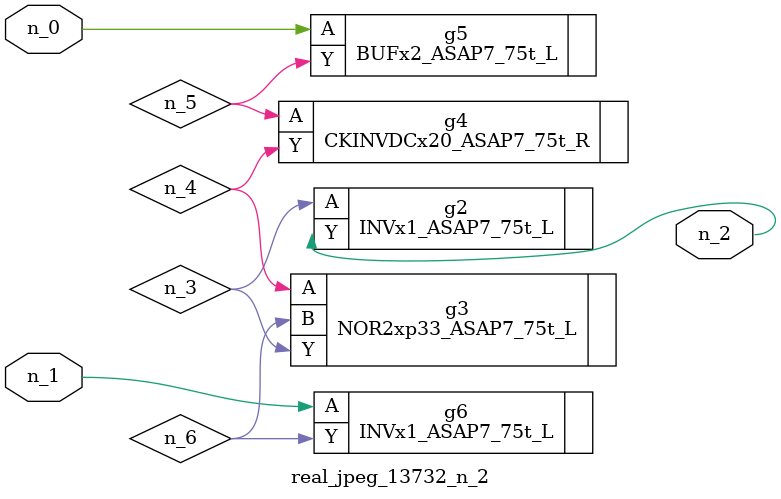
<source format=v>
module real_jpeg_13732_n_2 (n_1, n_0, n_2);

input n_1;
input n_0;

output n_2;

wire n_5;
wire n_4;
wire n_6;
wire n_3;

BUFx2_ASAP7_75t_L g5 ( 
.A(n_0),
.Y(n_5)
);

INVx1_ASAP7_75t_L g6 ( 
.A(n_1),
.Y(n_6)
);

INVx1_ASAP7_75t_L g2 ( 
.A(n_3),
.Y(n_2)
);

NOR2xp33_ASAP7_75t_L g3 ( 
.A(n_4),
.B(n_6),
.Y(n_3)
);

CKINVDCx20_ASAP7_75t_R g4 ( 
.A(n_5),
.Y(n_4)
);


endmodule
</source>
